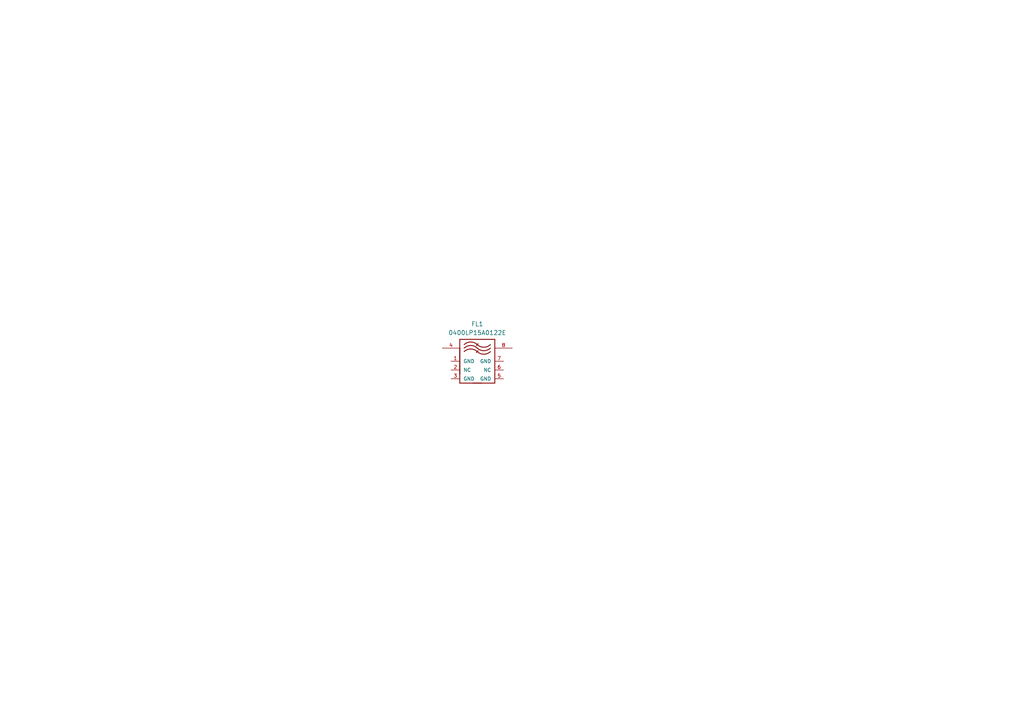
<source format=kicad_sch>
(kicad_sch (version 20231120) (generator "eeschema") (generator_version "8.0")
  (paper "A4")
  (lib_symbols
    (symbol "0400LP15A0122E:0400LP15A0122E" (pin_names (offset 1.016))
      (property "Reference" "FL1" (at 0 9.525 0))
      (property "Value" "0400LP15A0122E" (at 0 6.985 0))
      (symbol "0400LP15A0122E_0_0"
        (polyline (pts (xy -5.08 -7.62) (xy 5.08 -7.62)) (stroke (width 0.254)))
        (polyline (pts (xy -5.08 2.54) (xy -5.08 -7.62)) (stroke (width 0.254)))
        (polyline (pts (xy -5.08 5.08) (xy -5.08 -5.08)) (stroke (width 0.254)))
        (polyline (pts (xy -1.27 -7.62) (xy 1.27 -7.62)) (stroke (width 0.254)))
        (polyline (pts (xy -0.254 1.27) (xy 0.254 1.778)) (stroke (width 0.254)))
        (polyline (pts (xy -0.254 3.302) (xy 0.254 3.81)) (stroke (width 0.254)))
        (polyline (pts (xy 5.08 -5.08) (xy 5.08 -7.62)) (stroke (width 0.254)))
        (polyline (pts (xy 5.08 -5.08) (xy 5.08 5.08)) (stroke (width 0.254)))
        (polyline (pts (xy 5.08 5.08) (xy -5.08 5.08)) (stroke (width 0.254)))
        (arc (start 0 1.524) (mid -1.9124 2.2773) (end -3.81 1.524) (stroke (width 0.254)))
        (arc (start 0 1.524) (mid 1.9124 0.7707) (end 3.81 1.524) (stroke (width 0.254)))
        (arc (start 0 2.54) (mid -1.9124 3.2933) (end -3.81 2.54) (stroke (width 0.254)))
        (arc (start 0 2.54) (mid 1.9124 1.7867) (end 3.81 2.54) (stroke (width 0.254)))
        (arc (start 0 3.556) (mid -1.9124 4.3093) (end -3.81 3.556) (stroke (width 0.254)))
        (arc (start 0 3.556) (mid 1.9124 2.8027) (end 3.81 3.556) (stroke (width 0.254)))
        (pin bidirectional line (at -10.16 2.54 0) (length 5.08) (name "~") (number "4"))
        (pin bidirectional line (at 10.16 2.54 180) (length 5.08) (name "~") (number "8"))
      )
      (symbol "0400LP15A0122E_1_0"
        (pin power_in line (at -7.62 -1.27 0) (length 2.54) (name "GND") (number "1"))
        (pin free line (at -7.62 -3.81 0) (length 2.54) (name "NC") (number "2"))
        (pin power_in line (at -7.62 -6.35 0) (length 2.54) (name "GND") (number "3"))
        (pin power_in line (at 7.62 -6.35 180) (length 2.54) (name "GND") (number "5"))
        (pin free line (at 7.62 -3.81 180) (length 2.54) (name "NC") (number "6"))
        (pin power_in line (at 7.62 -1.27 180) (length 2.54) (name "GND") (number "7"))
      )
    )
  )
  (symbol (lib_id "0400LP15A0122E:0400LP15A0122E") (at 138.43 103.505 0) (unit 1)
    (property "Reference" "FL1" (at 138.43 93.98 0))
    (property "Value" "0400LP15A0122E" (at 138.43 96.52 0))
    (property "Footprint" "0400LP15A0122E:FIL_0400LP15A0122E" (effects (hide yes)))
    (property "MF" "Johanson Technology" (effects (hide yes)))
    (property "MAXIMUM_PACKAGE_HEIGHT" "1.05 mm" (effects (hide yes)))
    (property "Package" "0805 Johanson" (effects (hide yes)))
    (property "Price" "None" (effects (hide yes)))
    (property "Check_prices" "https://www.snapeda.com/parts/0400LP15A0122E/Johanson/view-part/?ref=eda" (effects (hide yes)))
    (property "STANDARD" "Manufacturer Recommendations" (effects (hide yes)))
    (property "PARTREV" "1.1" (effects (hide yes)))
    (property "SnapEDA_Link" "https://www.snapeda.com/parts/0400LP15A0122E/Johanson/view-part/?ref=snap" (effects (hide yes)))
    (property "MP" "0400LP15A0122E" (effects (hide yes)))
    (property "Description_1" "\n                        \n                            373MHz Center Frequency Low Pass RF Filter (Radio Frequency) 122MHz Bandwidth 1.3dB 0805 (2012 Metric), 8 PC Pad\n                        \n" (effects (hide yes)))
    (property "Availability" "Not in stock" (effects (hide yes)))
    (property "MANUFACTURER" "Johanson Technology" (effects (hide yes)))
  )
)
</source>
